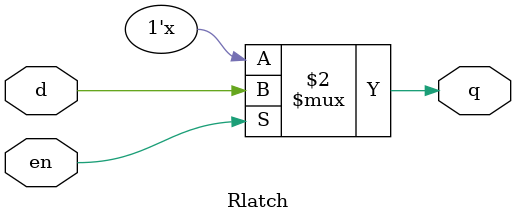
<source format=v>
module Rlatch(d,q,en);
  input d,en;
  output q;
  reg q;
  
  always@(en or d)
  begin
   if(en)
      q <= d;
    end
  endmodule
</source>
